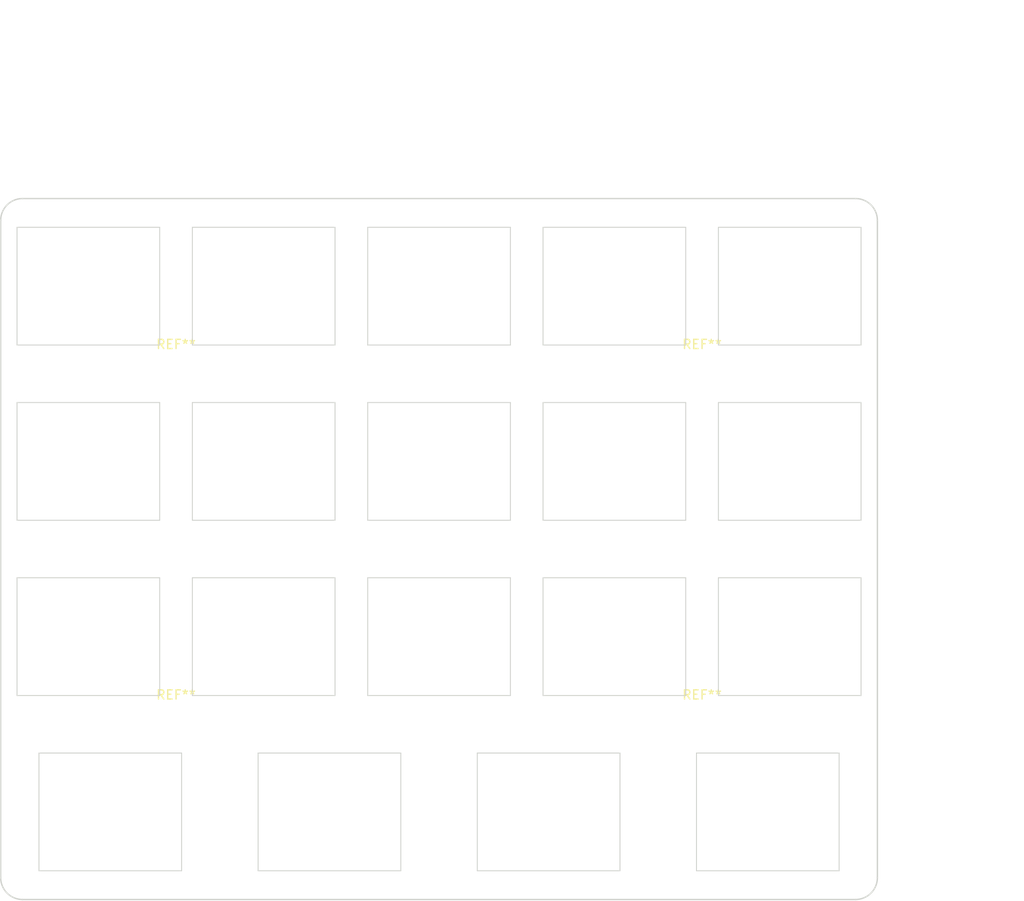
<source format=kicad_pcb>
(kicad_pcb (version 20171130) (host pcbnew 5.0.0-fee4fd1~66~ubuntu18.04.1)

  (general
    (thickness 1.6)
    (drawings 9)
    (tracks 0)
    (zones 0)
    (modules 23)
    (nets 1)
  )

  (page A4)
  (layers
    (0 F.Cu signal)
    (31 B.Cu signal)
    (32 B.Adhes user)
    (33 F.Adhes user)
    (34 B.Paste user)
    (35 F.Paste user)
    (36 B.SilkS user)
    (37 F.SilkS user)
    (38 B.Mask user)
    (39 F.Mask user)
    (40 Dwgs.User user)
    (41 Cmts.User user)
    (42 Eco1.User user)
    (43 Eco2.User user)
    (44 Edge.Cuts user)
    (45 Margin user)
    (46 B.CrtYd user)
    (47 F.CrtYd user)
    (48 B.Fab user)
    (49 F.Fab user)
  )

  (setup
    (last_trace_width 0.25)
    (user_trace_width 0.5)
    (trace_clearance 0.2)
    (zone_clearance 0.508)
    (zone_45_only no)
    (trace_min 0.2)
    (segment_width 0.2)
    (edge_width 0.15)
    (via_size 0.8)
    (via_drill 0.4)
    (via_min_size 0.4)
    (via_min_drill 0.3)
    (uvia_size 0.3)
    (uvia_drill 0.1)
    (uvias_allowed no)
    (uvia_min_size 0.2)
    (uvia_min_drill 0.1)
    (pcb_text_width 0.3)
    (pcb_text_size 1.5 1.5)
    (mod_edge_width 0.15)
    (mod_text_size 1 1)
    (mod_text_width 0.15)
    (pad_size 1.524 1.524)
    (pad_drill 0.762)
    (pad_to_mask_clearance 0.2)
    (aux_axis_origin 0 0)
    (visible_elements FFFFFF7F)
    (pcbplotparams
      (layerselection 0x010f0_ffffffff)
      (usegerberextensions false)
      (usegerberattributes false)
      (usegerberadvancedattributes false)
      (creategerberjobfile false)
      (excludeedgelayer true)
      (linewidth 0.100000)
      (plotframeref false)
      (viasonmask false)
      (mode 1)
      (useauxorigin false)
      (hpglpennumber 1)
      (hpglpenspeed 20)
      (hpglpendiameter 15.000000)
      (psnegative false)
      (psa4output false)
      (plotreference true)
      (plotvalue true)
      (plotinvisibletext false)
      (padsonsilk false)
      (subtractmaskfromsilk false)
      (outputformat 1)
      (mirror false)
      (drillshape 0)
      (scaleselection 1)
      (outputdirectory "garber/pcb/"))
  )

  (net 0 "")

  (net_class Default "これはデフォルトのネット クラスです。"
    (clearance 0.2)
    (trace_width 0.25)
    (via_dia 0.8)
    (via_drill 0.4)
    (uvia_dia 0.3)
    (uvia_drill 0.1)
  )

  (module keyboard_parts:ALPS_SKCM_CUTOUT (layer F.Cu) (tedit 53DDA1BD) (tstamp 5BC14BCD)
    (at 140.49375 69.05625)
    (fp_text reference ALPS_SKCM_CUTOUT (at 0 1.5) (layer F.SilkS) hide
      (effects (font (size 1 1) (thickness 0.15)))
    )
    (fp_text value VAL** (at 0 0) (layer F.SilkS) hide
      (effects (font (size 1 1) (thickness 0.15)))
    )
    (fp_line (start 7.75 6.4) (end 7.75 -6.4) (layer Edge.Cuts) (width 0.1))
    (fp_line (start -7.75 6.4) (end 7.75 6.4) (layer Edge.Cuts) (width 0.1))
    (fp_line (start -7.75 -6.4) (end -7.75 6.4) (layer Edge.Cuts) (width 0.1))
    (fp_line (start 7.75 -6.4) (end -7.75 -6.4) (layer Edge.Cuts) (width 0.1))
  )

  (module keyboard_parts:ALPS_SKCM_CUTOUT (layer F.Cu) (tedit 53DDA1BD) (tstamp 5BC14BDC)
    (at 121.44375 69.05625)
    (fp_text reference ALPS_SKCM_CUTOUT (at 0 1.5) (layer F.SilkS) hide
      (effects (font (size 1 1) (thickness 0.15)))
    )
    (fp_text value VAL** (at 0 0) (layer F.SilkS) hide
      (effects (font (size 1 1) (thickness 0.15)))
    )
    (fp_line (start 7.75 6.4) (end 7.75 -6.4) (layer Edge.Cuts) (width 0.1))
    (fp_line (start -7.75 6.4) (end 7.75 6.4) (layer Edge.Cuts) (width 0.1))
    (fp_line (start -7.75 -6.4) (end -7.75 6.4) (layer Edge.Cuts) (width 0.1))
    (fp_line (start 7.75 -6.4) (end -7.75 -6.4) (layer Edge.Cuts) (width 0.1))
  )

  (module keyboard_parts:ALPS_SKCM_CUTOUT (layer F.Cu) (tedit 53DDA1BD) (tstamp 5BC14BEB)
    (at 102.39375 69.05625)
    (fp_text reference ALPS_SKCM_CUTOUT (at 0 1.5) (layer F.SilkS) hide
      (effects (font (size 1 1) (thickness 0.15)))
    )
    (fp_text value VAL** (at 0 0) (layer F.SilkS) hide
      (effects (font (size 1 1) (thickness 0.15)))
    )
    (fp_line (start 7.75 6.4) (end 7.75 -6.4) (layer Edge.Cuts) (width 0.1))
    (fp_line (start -7.75 6.4) (end 7.75 6.4) (layer Edge.Cuts) (width 0.1))
    (fp_line (start -7.75 -6.4) (end -7.75 6.4) (layer Edge.Cuts) (width 0.1))
    (fp_line (start 7.75 -6.4) (end -7.75 -6.4) (layer Edge.Cuts) (width 0.1))
  )

  (module keyboard_parts:ALPS_SKCM_CUTOUT (layer F.Cu) (tedit 53DDA1BD) (tstamp 5BC14BFA)
    (at 83.34375 69.05625)
    (fp_text reference ALPS_SKCM_CUTOUT (at 0 1.5) (layer F.SilkS) hide
      (effects (font (size 1 1) (thickness 0.15)))
    )
    (fp_text value VAL** (at 0 0) (layer F.SilkS) hide
      (effects (font (size 1 1) (thickness 0.15)))
    )
    (fp_line (start 7.75 6.4) (end 7.75 -6.4) (layer Edge.Cuts) (width 0.1))
    (fp_line (start -7.75 6.4) (end 7.75 6.4) (layer Edge.Cuts) (width 0.1))
    (fp_line (start -7.75 -6.4) (end -7.75 6.4) (layer Edge.Cuts) (width 0.1))
    (fp_line (start 7.75 -6.4) (end -7.75 -6.4) (layer Edge.Cuts) (width 0.1))
  )

  (module keyboard_parts:ALPS_SKCM_CUTOUT (layer F.Cu) (tedit 53DDA1BD) (tstamp 5BC14C09)
    (at 64.29375 69.05625)
    (fp_text reference ALPS_SKCM_CUTOUT (at 0 1.5) (layer F.SilkS) hide
      (effects (font (size 1 1) (thickness 0.15)))
    )
    (fp_text value VAL** (at 0 0) (layer F.SilkS) hide
      (effects (font (size 1 1) (thickness 0.15)))
    )
    (fp_line (start 7.75 6.4) (end 7.75 -6.4) (layer Edge.Cuts) (width 0.1))
    (fp_line (start -7.75 6.4) (end 7.75 6.4) (layer Edge.Cuts) (width 0.1))
    (fp_line (start -7.75 -6.4) (end -7.75 6.4) (layer Edge.Cuts) (width 0.1))
    (fp_line (start 7.75 -6.4) (end -7.75 -6.4) (layer Edge.Cuts) (width 0.1))
  )

  (module keyboard_parts:ALPS_SKCM_CUTOUT (layer F.Cu) (tedit 53DDA1BD) (tstamp 5BC14C3E)
    (at 140.49375 88.10625)
    (fp_text reference ALPS_SKCM_CUTOUT (at 0 1.5) (layer F.SilkS) hide
      (effects (font (size 1 1) (thickness 0.15)))
    )
    (fp_text value VAL** (at 0 0) (layer F.SilkS) hide
      (effects (font (size 1 1) (thickness 0.15)))
    )
    (fp_line (start 7.75 6.4) (end 7.75 -6.4) (layer Edge.Cuts) (width 0.1))
    (fp_line (start -7.75 6.4) (end 7.75 6.4) (layer Edge.Cuts) (width 0.1))
    (fp_line (start -7.75 -6.4) (end -7.75 6.4) (layer Edge.Cuts) (width 0.1))
    (fp_line (start 7.75 -6.4) (end -7.75 -6.4) (layer Edge.Cuts) (width 0.1))
  )

  (module keyboard_parts:ALPS_SKCM_CUTOUT (layer F.Cu) (tedit 53DDA1BD) (tstamp 5BC14C4D)
    (at 121.44375 88.10625)
    (fp_text reference ALPS_SKCM_CUTOUT (at 0 1.5) (layer F.SilkS) hide
      (effects (font (size 1 1) (thickness 0.15)))
    )
    (fp_text value VAL** (at 0 0) (layer F.SilkS) hide
      (effects (font (size 1 1) (thickness 0.15)))
    )
    (fp_line (start 7.75 6.4) (end 7.75 -6.4) (layer Edge.Cuts) (width 0.1))
    (fp_line (start -7.75 6.4) (end 7.75 6.4) (layer Edge.Cuts) (width 0.1))
    (fp_line (start -7.75 -6.4) (end -7.75 6.4) (layer Edge.Cuts) (width 0.1))
    (fp_line (start 7.75 -6.4) (end -7.75 -6.4) (layer Edge.Cuts) (width 0.1))
  )

  (module keyboard_parts:ALPS_SKCM_CUTOUT (layer F.Cu) (tedit 53DDA1BD) (tstamp 5BC14C5C)
    (at 102.39375 88.10625)
    (fp_text reference ALPS_SKCM_CUTOUT (at 0 1.5) (layer F.SilkS) hide
      (effects (font (size 1 1) (thickness 0.15)))
    )
    (fp_text value VAL** (at 0 0) (layer F.SilkS) hide
      (effects (font (size 1 1) (thickness 0.15)))
    )
    (fp_line (start 7.75 6.4) (end 7.75 -6.4) (layer Edge.Cuts) (width 0.1))
    (fp_line (start -7.75 6.4) (end 7.75 6.4) (layer Edge.Cuts) (width 0.1))
    (fp_line (start -7.75 -6.4) (end -7.75 6.4) (layer Edge.Cuts) (width 0.1))
    (fp_line (start 7.75 -6.4) (end -7.75 -6.4) (layer Edge.Cuts) (width 0.1))
  )

  (module keyboard_parts:ALPS_SKCM_CUTOUT (layer F.Cu) (tedit 53DDA1BD) (tstamp 5BC14C6B)
    (at 83.34375 88.10625)
    (fp_text reference ALPS_SKCM_CUTOUT (at 0 1.5) (layer F.SilkS) hide
      (effects (font (size 1 1) (thickness 0.15)))
    )
    (fp_text value VAL** (at 0 0) (layer F.SilkS) hide
      (effects (font (size 1 1) (thickness 0.15)))
    )
    (fp_line (start 7.75 6.4) (end 7.75 -6.4) (layer Edge.Cuts) (width 0.1))
    (fp_line (start -7.75 6.4) (end 7.75 6.4) (layer Edge.Cuts) (width 0.1))
    (fp_line (start -7.75 -6.4) (end -7.75 6.4) (layer Edge.Cuts) (width 0.1))
    (fp_line (start 7.75 -6.4) (end -7.75 -6.4) (layer Edge.Cuts) (width 0.1))
  )

  (module keyboard_parts:ALPS_SKCM_CUTOUT (layer F.Cu) (tedit 53DDA1BD) (tstamp 5BC14C7A)
    (at 64.29375 88.10625)
    (fp_text reference ALPS_SKCM_CUTOUT (at 0 1.5) (layer F.SilkS) hide
      (effects (font (size 1 1) (thickness 0.15)))
    )
    (fp_text value VAL** (at 0 0) (layer F.SilkS) hide
      (effects (font (size 1 1) (thickness 0.15)))
    )
    (fp_line (start 7.75 6.4) (end 7.75 -6.4) (layer Edge.Cuts) (width 0.1))
    (fp_line (start -7.75 6.4) (end 7.75 6.4) (layer Edge.Cuts) (width 0.1))
    (fp_line (start -7.75 -6.4) (end -7.75 6.4) (layer Edge.Cuts) (width 0.1))
    (fp_line (start 7.75 -6.4) (end -7.75 -6.4) (layer Edge.Cuts) (width 0.1))
  )

  (module keyboard_parts:ALPS_SKCM_CUTOUT (layer F.Cu) (tedit 53DDA1BD) (tstamp 5BC14C89)
    (at 64.29375 107.15625)
    (fp_text reference ALPS_SKCM_CUTOUT (at 0 1.5) (layer F.SilkS) hide
      (effects (font (size 1 1) (thickness 0.15)))
    )
    (fp_text value VAL** (at 0 0) (layer F.SilkS) hide
      (effects (font (size 1 1) (thickness 0.15)))
    )
    (fp_line (start 7.75 6.4) (end 7.75 -6.4) (layer Edge.Cuts) (width 0.1))
    (fp_line (start -7.75 6.4) (end 7.75 6.4) (layer Edge.Cuts) (width 0.1))
    (fp_line (start -7.75 -6.4) (end -7.75 6.4) (layer Edge.Cuts) (width 0.1))
    (fp_line (start 7.75 -6.4) (end -7.75 -6.4) (layer Edge.Cuts) (width 0.1))
  )

  (module keyboard_parts:ALPS_SKCM_CUTOUT (layer F.Cu) (tedit 53DDA1BD) (tstamp 5BC14C98)
    (at 83.34375 107.15625)
    (fp_text reference ALPS_SKCM_CUTOUT (at 0 1.5) (layer F.SilkS) hide
      (effects (font (size 1 1) (thickness 0.15)))
    )
    (fp_text value VAL** (at 0 0) (layer F.SilkS) hide
      (effects (font (size 1 1) (thickness 0.15)))
    )
    (fp_line (start 7.75 6.4) (end 7.75 -6.4) (layer Edge.Cuts) (width 0.1))
    (fp_line (start -7.75 6.4) (end 7.75 6.4) (layer Edge.Cuts) (width 0.1))
    (fp_line (start -7.75 -6.4) (end -7.75 6.4) (layer Edge.Cuts) (width 0.1))
    (fp_line (start 7.75 -6.4) (end -7.75 -6.4) (layer Edge.Cuts) (width 0.1))
  )

  (module keyboard_parts:ALPS_SKCM_CUTOUT (layer F.Cu) (tedit 53DDA1BD) (tstamp 5BC14CA7)
    (at 102.39375 107.15625)
    (fp_text reference ALPS_SKCM_CUTOUT (at 0 1.5) (layer F.SilkS) hide
      (effects (font (size 1 1) (thickness 0.15)))
    )
    (fp_text value VAL** (at 0 0) (layer F.SilkS) hide
      (effects (font (size 1 1) (thickness 0.15)))
    )
    (fp_line (start 7.75 6.4) (end 7.75 -6.4) (layer Edge.Cuts) (width 0.1))
    (fp_line (start -7.75 6.4) (end 7.75 6.4) (layer Edge.Cuts) (width 0.1))
    (fp_line (start -7.75 -6.4) (end -7.75 6.4) (layer Edge.Cuts) (width 0.1))
    (fp_line (start 7.75 -6.4) (end -7.75 -6.4) (layer Edge.Cuts) (width 0.1))
  )

  (module keyboard_parts:ALPS_SKCM_CUTOUT (layer F.Cu) (tedit 53DDA1BD) (tstamp 5BC14CB6)
    (at 121.44375 107.15625)
    (fp_text reference ALPS_SKCM_CUTOUT (at 0 1.5) (layer F.SilkS) hide
      (effects (font (size 1 1) (thickness 0.15)))
    )
    (fp_text value VAL** (at 0 0) (layer F.SilkS) hide
      (effects (font (size 1 1) (thickness 0.15)))
    )
    (fp_line (start 7.75 6.4) (end 7.75 -6.4) (layer Edge.Cuts) (width 0.1))
    (fp_line (start -7.75 6.4) (end 7.75 6.4) (layer Edge.Cuts) (width 0.1))
    (fp_line (start -7.75 -6.4) (end -7.75 6.4) (layer Edge.Cuts) (width 0.1))
    (fp_line (start 7.75 -6.4) (end -7.75 -6.4) (layer Edge.Cuts) (width 0.1))
  )

  (module keyboard_parts:ALPS_SKCM_CUTOUT (layer F.Cu) (tedit 53DDA1BD) (tstamp 5BC14CC5)
    (at 140.49375 107.15625)
    (fp_text reference ALPS_SKCM_CUTOUT (at 0 1.5) (layer F.SilkS) hide
      (effects (font (size 1 1) (thickness 0.15)))
    )
    (fp_text value VAL** (at 0 0) (layer F.SilkS) hide
      (effects (font (size 1 1) (thickness 0.15)))
    )
    (fp_line (start 7.75 6.4) (end 7.75 -6.4) (layer Edge.Cuts) (width 0.1))
    (fp_line (start -7.75 6.4) (end 7.75 6.4) (layer Edge.Cuts) (width 0.1))
    (fp_line (start -7.75 -6.4) (end -7.75 6.4) (layer Edge.Cuts) (width 0.1))
    (fp_line (start 7.75 -6.4) (end -7.75 -6.4) (layer Edge.Cuts) (width 0.1))
  )

  (module keyboard_parts:ALPS_SKCM_CUTOUT (layer F.Cu) (tedit 53DDA1BD) (tstamp 5BC14CD4)
    (at 138.1125 126.20625)
    (fp_text reference ALPS_SKCM_CUTOUT (at 0 1.5) (layer F.SilkS) hide
      (effects (font (size 1 1) (thickness 0.15)))
    )
    (fp_text value VAL** (at 0 0) (layer F.SilkS) hide
      (effects (font (size 1 1) (thickness 0.15)))
    )
    (fp_line (start 7.75 6.4) (end 7.75 -6.4) (layer Edge.Cuts) (width 0.1))
    (fp_line (start -7.75 6.4) (end 7.75 6.4) (layer Edge.Cuts) (width 0.1))
    (fp_line (start -7.75 -6.4) (end -7.75 6.4) (layer Edge.Cuts) (width 0.1))
    (fp_line (start 7.75 -6.4) (end -7.75 -6.4) (layer Edge.Cuts) (width 0.1))
  )

  (module keyboard_parts:ALPS_SKCM_CUTOUT (layer F.Cu) (tedit 53DDA1BD) (tstamp 5BC14CE3)
    (at 114.3 126.20625)
    (fp_text reference ALPS_SKCM_CUTOUT (at 0 1.5) (layer F.SilkS) hide
      (effects (font (size 1 1) (thickness 0.15)))
    )
    (fp_text value VAL** (at 0 0) (layer F.SilkS) hide
      (effects (font (size 1 1) (thickness 0.15)))
    )
    (fp_line (start 7.75 6.4) (end 7.75 -6.4) (layer Edge.Cuts) (width 0.1))
    (fp_line (start -7.75 6.4) (end 7.75 6.4) (layer Edge.Cuts) (width 0.1))
    (fp_line (start -7.75 -6.4) (end -7.75 6.4) (layer Edge.Cuts) (width 0.1))
    (fp_line (start 7.75 -6.4) (end -7.75 -6.4) (layer Edge.Cuts) (width 0.1))
  )

  (module keyboard_parts:ALPS_SKCM_CUTOUT (layer F.Cu) (tedit 53DDA1BD) (tstamp 5BC14CF2)
    (at 90.4875 126.20625)
    (fp_text reference ALPS_SKCM_CUTOUT (at 0 1.5) (layer F.SilkS) hide
      (effects (font (size 1 1) (thickness 0.15)))
    )
    (fp_text value VAL** (at 0 0) (layer F.SilkS) hide
      (effects (font (size 1 1) (thickness 0.15)))
    )
    (fp_line (start 7.75 6.4) (end 7.75 -6.4) (layer Edge.Cuts) (width 0.1))
    (fp_line (start -7.75 6.4) (end 7.75 6.4) (layer Edge.Cuts) (width 0.1))
    (fp_line (start -7.75 -6.4) (end -7.75 6.4) (layer Edge.Cuts) (width 0.1))
    (fp_line (start 7.75 -6.4) (end -7.75 -6.4) (layer Edge.Cuts) (width 0.1))
  )

  (module keyboard_parts:ALPS_SKCM_CUTOUT (layer F.Cu) (tedit 53DDA1BD) (tstamp 5BC14D01)
    (at 66.675 126.20625)
    (fp_text reference ALPS_SKCM_CUTOUT (at 0 1.5) (layer F.SilkS) hide
      (effects (font (size 1 1) (thickness 0.15)))
    )
    (fp_text value VAL** (at 0 0) (layer F.SilkS) hide
      (effects (font (size 1 1) (thickness 0.15)))
    )
    (fp_line (start 7.75 6.4) (end 7.75 -6.4) (layer Edge.Cuts) (width 0.1))
    (fp_line (start -7.75 6.4) (end 7.75 6.4) (layer Edge.Cuts) (width 0.1))
    (fp_line (start -7.75 -6.4) (end -7.75 6.4) (layer Edge.Cuts) (width 0.1))
    (fp_line (start 7.75 -6.4) (end -7.75 -6.4) (layer Edge.Cuts) (width 0.1))
  )

  (module MountingHole:MountingHole_2.2mm_M2 (layer F.Cu) (tedit 56D1B4CB) (tstamp 5BC163DC)
    (at 130.96875 78.58125)
    (descr "Mounting Hole 2.2mm, no annular, M2")
    (tags "mounting hole 2.2mm no annular m2")
    (attr virtual)
    (fp_text reference REF** (at 0 -3.2) (layer F.SilkS)
      (effects (font (size 1 1) (thickness 0.15)))
    )
    (fp_text value MountingHole_2.2mm_M2 (at 0 3.2) (layer F.Fab)
      (effects (font (size 1 1) (thickness 0.15)))
    )
    (fp_circle (center 0 0) (end 2.45 0) (layer F.CrtYd) (width 0.05))
    (fp_circle (center 0 0) (end 2.2 0) (layer Cmts.User) (width 0.15))
    (fp_text user %R (at 0.3 0) (layer F.Fab)
      (effects (font (size 1 1) (thickness 0.15)))
    )
    (pad 1 np_thru_hole circle (at 0 0) (size 2.2 2.2) (drill 2.2) (layers *.Cu *.Mask))
  )

  (module MountingHole:MountingHole_2.2mm_M2 (layer F.Cu) (tedit 56D1B4CB) (tstamp 5BC163F2)
    (at 130.96875 116.68125)
    (descr "Mounting Hole 2.2mm, no annular, M2")
    (tags "mounting hole 2.2mm no annular m2")
    (attr virtual)
    (fp_text reference REF** (at 0 -3.2) (layer F.SilkS)
      (effects (font (size 1 1) (thickness 0.15)))
    )
    (fp_text value MountingHole_2.2mm_M2 (at 0 3.2) (layer F.Fab)
      (effects (font (size 1 1) (thickness 0.15)))
    )
    (fp_circle (center 0 0) (end 2.45 0) (layer F.CrtYd) (width 0.05))
    (fp_circle (center 0 0) (end 2.2 0) (layer Cmts.User) (width 0.15))
    (fp_text user %R (at 0.3 0) (layer F.Fab)
      (effects (font (size 1 1) (thickness 0.15)))
    )
    (pad 1 np_thru_hole circle (at 0 0) (size 2.2 2.2) (drill 2.2) (layers *.Cu *.Mask))
  )

  (module MountingHole:MountingHole_2.2mm_M2 (layer F.Cu) (tedit 56D1B4CB) (tstamp 5BC16408)
    (at 73.81875 116.68125)
    (descr "Mounting Hole 2.2mm, no annular, M2")
    (tags "mounting hole 2.2mm no annular m2")
    (attr virtual)
    (fp_text reference REF** (at 0 -3.2) (layer F.SilkS)
      (effects (font (size 1 1) (thickness 0.15)))
    )
    (fp_text value MountingHole_2.2mm_M2 (at 0 3.2) (layer F.Fab)
      (effects (font (size 1 1) (thickness 0.15)))
    )
    (fp_circle (center 0 0) (end 2.45 0) (layer F.CrtYd) (width 0.05))
    (fp_circle (center 0 0) (end 2.2 0) (layer Cmts.User) (width 0.15))
    (fp_text user %R (at 0.3 0) (layer F.Fab)
      (effects (font (size 1 1) (thickness 0.15)))
    )
    (pad 1 np_thru_hole circle (at 0 0) (size 2.2 2.2) (drill 2.2) (layers *.Cu *.Mask))
  )

  (module MountingHole:MountingHole_2.2mm_M2 (layer F.Cu) (tedit 56D1B4CB) (tstamp 5BC1641E)
    (at 73.81875 78.58125)
    (descr "Mounting Hole 2.2mm, no annular, M2")
    (tags "mounting hole 2.2mm no annular m2")
    (attr virtual)
    (fp_text reference REF** (at 0 -3.2) (layer F.SilkS)
      (effects (font (size 1 1) (thickness 0.15)))
    )
    (fp_text value MountingHole_2.2mm_M2 (at 0 3.2) (layer F.Fab)
      (effects (font (size 1 1) (thickness 0.15)))
    )
    (fp_circle (center 0 0) (end 2.45 0) (layer F.CrtYd) (width 0.05))
    (fp_circle (center 0 0) (end 2.2 0) (layer Cmts.User) (width 0.15))
    (fp_text user %R (at 0.3 0) (layer F.Fab)
      (effects (font (size 1 1) (thickness 0.15)))
    )
    (pad 1 np_thru_hole circle (at 0 0) (size 2.2 2.2) (drill 2.2) (layers *.Cu *.Mask))
  )

  (gr_line (start 54.76875 133.35) (end 54.76875 61.9125) (layer Edge.Cuts) (width 0.15))
  (gr_line (start 150.01875 61.9125) (end 150.01875 133.35) (layer Edge.Cuts) (width 0.15))
  (gr_arc (start 57.15 61.9125) (end 57.15 59.53125) (angle -90) (layer Edge.Cuts) (width 0.15))
  (gr_arc (start 147.6375 61.9125) (end 150.01875 61.9125) (angle -90) (layer Edge.Cuts) (width 0.15))
  (gr_arc (start 147.6375 133.35) (end 147.6375 135.73125) (angle -90) (layer Edge.Cuts) (width 0.15))
  (gr_arc (start 57.15 133.35) (end 54.76875 133.35) (angle -90) (layer Edge.Cuts) (width 0.15))
  (gr_line (start 57.15 135.73125) (end 147.6375 135.73125) (layer Edge.Cuts) (width 0.15))
  (gr_line (start 147.6375 59.53125) (end 57.15 59.53125) (layer Edge.Cuts) (width 0.15))
  (dimension 97.63125 (width 0.3) (layer Dwgs.User)
    (gr_text "97.631 mm" (at 164.025 86.915625 90) (layer Dwgs.User)
      (effects (font (size 1.5 1.5) (thickness 0.3)))
    )
    (feature1 (pts (xy 150.01875 38.1) (xy 162.511421 38.1)))
    (feature2 (pts (xy 150.01875 135.73125) (xy 162.511421 135.73125)))
    (crossbar (pts (xy 161.925 135.73125) (xy 161.925 38.1)))
    (arrow1a (pts (xy 161.925 38.1) (xy 162.511421 39.226504)))
    (arrow1b (pts (xy 161.925 38.1) (xy 161.338579 39.226504)))
    (arrow2a (pts (xy 161.925 135.73125) (xy 162.511421 134.604746)))
    (arrow2b (pts (xy 161.925 135.73125) (xy 161.338579 134.604746)))
  )

)

</source>
